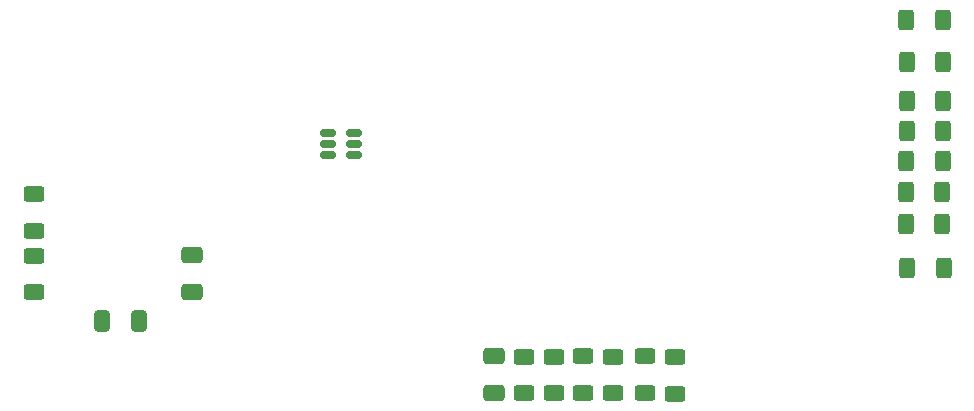
<source format=gbr>
%TF.GenerationSoftware,KiCad,Pcbnew,9.0.3*%
%TF.CreationDate,2025-12-16T11:33:00+01:00*%
%TF.ProjectId,Crnic_PTP_Project1,43726e69-635f-4505-9450-5f50726f6a65,rev?*%
%TF.SameCoordinates,Original*%
%TF.FileFunction,Paste,Top*%
%TF.FilePolarity,Positive*%
%FSLAX46Y46*%
G04 Gerber Fmt 4.6, Leading zero omitted, Abs format (unit mm)*
G04 Created by KiCad (PCBNEW 9.0.3) date 2025-12-16 11:33:00*
%MOMM*%
%LPD*%
G01*
G04 APERTURE LIST*
G04 Aperture macros list*
%AMRoundRect*
0 Rectangle with rounded corners*
0 $1 Rounding radius*
0 $2 $3 $4 $5 $6 $7 $8 $9 X,Y pos of 4 corners*
0 Add a 4 corners polygon primitive as box body*
4,1,4,$2,$3,$4,$5,$6,$7,$8,$9,$2,$3,0*
0 Add four circle primitives for the rounded corners*
1,1,$1+$1,$2,$3*
1,1,$1+$1,$4,$5*
1,1,$1+$1,$6,$7*
1,1,$1+$1,$8,$9*
0 Add four rect primitives between the rounded corners*
20,1,$1+$1,$2,$3,$4,$5,0*
20,1,$1+$1,$4,$5,$6,$7,0*
20,1,$1+$1,$6,$7,$8,$9,0*
20,1,$1+$1,$8,$9,$2,$3,0*%
G04 Aperture macros list end*
%ADD10RoundRect,0.250000X-0.625000X0.400000X-0.625000X-0.400000X0.625000X-0.400000X0.625000X0.400000X0*%
%ADD11RoundRect,0.250000X0.625000X-0.400000X0.625000X0.400000X-0.625000X0.400000X-0.625000X-0.400000X0*%
%ADD12RoundRect,0.250000X-0.412500X-0.650000X0.412500X-0.650000X0.412500X0.650000X-0.412500X0.650000X0*%
%ADD13RoundRect,0.250000X-0.400000X-0.625000X0.400000X-0.625000X0.400000X0.625000X-0.400000X0.625000X0*%
%ADD14RoundRect,0.250000X-0.650000X0.412500X-0.650000X-0.412500X0.650000X-0.412500X0.650000X0.412500X0*%
%ADD15RoundRect,0.250000X0.650000X-0.412500X0.650000X0.412500X-0.650000X0.412500X-0.650000X-0.412500X0*%
%ADD16RoundRect,0.150000X0.512500X0.150000X-0.512500X0.150000X-0.512500X-0.150000X0.512500X-0.150000X0*%
G04 APERTURE END LIST*
D10*
%TO.C,R19*%
X104550000Y-105300000D03*
X104550000Y-102200000D03*
%TD*%
D11*
%TO.C,R9*%
X151100000Y-119050000D03*
X151100000Y-115950000D03*
%TD*%
D12*
%TO.C,C4*%
X110360000Y-112930000D03*
X113485000Y-112930000D03*
%TD*%
D11*
%TO.C,R13*%
X146075000Y-119075000D03*
X146075000Y-115975000D03*
%TD*%
D13*
%TO.C,R8*%
X178379087Y-104779087D03*
X181479087Y-104779087D03*
%TD*%
%TO.C,R14*%
X178500000Y-108500000D03*
X181600000Y-108500000D03*
%TD*%
%TO.C,R18*%
X178479087Y-94354087D03*
X181579087Y-94354087D03*
%TD*%
D11*
%TO.C,R10*%
X153625000Y-119075000D03*
X153625000Y-115975000D03*
%TD*%
D13*
%TO.C,R16*%
X178479087Y-96879087D03*
X181579087Y-96879087D03*
%TD*%
D10*
%TO.C,R20*%
X104550000Y-107425000D03*
X104550000Y-110525000D03*
%TD*%
D14*
%TO.C,C5*%
X117960000Y-107342500D03*
X117960000Y-110467500D03*
%TD*%
D11*
%TO.C,R7*%
X148600000Y-119075000D03*
X148600000Y-115975000D03*
%TD*%
%TO.C,R11*%
X156325000Y-119050000D03*
X156325000Y-115950000D03*
%TD*%
D15*
%TO.C,C3*%
X143525000Y-119087500D03*
X143525000Y-115962500D03*
%TD*%
D16*
%TO.C,U6*%
X131722500Y-98925000D03*
X131722500Y-97975000D03*
X131722500Y-97025000D03*
X129447500Y-97025000D03*
X129447500Y-97975000D03*
X129447500Y-98925000D03*
%TD*%
D11*
%TO.C,R12*%
X158850000Y-119100000D03*
X158850000Y-116000000D03*
%TD*%
D13*
%TO.C,R6*%
X178379087Y-102079087D03*
X181479087Y-102079087D03*
%TD*%
%TO.C,R17*%
X178479087Y-91000000D03*
X181579087Y-91000000D03*
%TD*%
%TO.C,R15*%
X178454087Y-87500000D03*
X181554087Y-87500000D03*
%TD*%
%TO.C,R5*%
X178429087Y-99454087D03*
X181529087Y-99454087D03*
%TD*%
M02*

</source>
